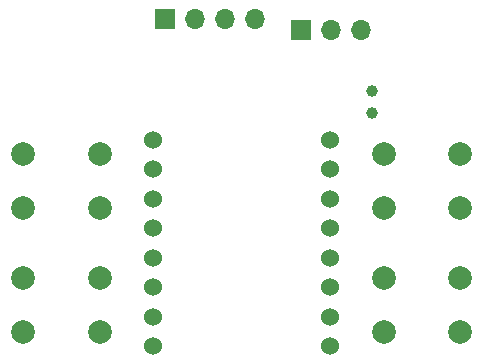
<source format=gbs>
G04 #@! TF.GenerationSoftware,KiCad,Pcbnew,5.1.10*
G04 #@! TF.CreationDate,2021-12-26T14:37:38-06:00*
G04 #@! TF.ProjectId,notawatch,6e6f7461-7761-4746-9368-2e6b69636164,1*
G04 #@! TF.SameCoordinates,Original*
G04 #@! TF.FileFunction,Soldermask,Bot*
G04 #@! TF.FilePolarity,Negative*
%FSLAX46Y46*%
G04 Gerber Fmt 4.6, Leading zero omitted, Abs format (unit mm)*
G04 Created by KiCad (PCBNEW 5.1.10) date 2021-12-26 14:37:38*
%MOMM*%
%LPD*%
G01*
G04 APERTURE LIST*
%ADD10C,2.000000*%
%ADD11C,1.524000*%
%ADD12C,1.000000*%
%ADD13R,1.700000X1.700000*%
%ADD14O,1.700000X1.700000*%
G04 APERTURE END LIST*
D10*
X126500000Y-106500000D03*
X126500000Y-111000000D03*
X120000000Y-106500000D03*
X120000000Y-111000000D03*
X120000000Y-121500000D03*
X120000000Y-117000000D03*
X126500000Y-121500000D03*
X126500000Y-117000000D03*
X150500000Y-111000000D03*
X150500000Y-106500000D03*
X157000000Y-111000000D03*
X157000000Y-106500000D03*
X157000000Y-117000000D03*
X157000000Y-121500000D03*
X150500000Y-117000000D03*
X150500000Y-121500000D03*
D11*
X131000000Y-112750000D03*
X131000000Y-115250000D03*
X131000000Y-110250000D03*
X131000000Y-107750000D03*
X131000000Y-105250000D03*
X131000000Y-117750000D03*
X131000000Y-120250000D03*
X131000000Y-122750000D03*
X146000000Y-112750000D03*
X146000000Y-110250000D03*
X146000000Y-107750000D03*
X146000000Y-105250000D03*
X146000000Y-115250000D03*
X146000000Y-117750000D03*
X146000000Y-120250000D03*
X146000000Y-122750000D03*
D12*
X149500000Y-103000000D03*
X149500000Y-101100000D03*
D13*
X143500000Y-96000000D03*
D14*
X146040000Y-96000000D03*
X148580000Y-96000000D03*
D13*
X131960000Y-95000000D03*
D14*
X134500000Y-95000000D03*
X137040000Y-95000000D03*
X139580000Y-95000000D03*
M02*

</source>
